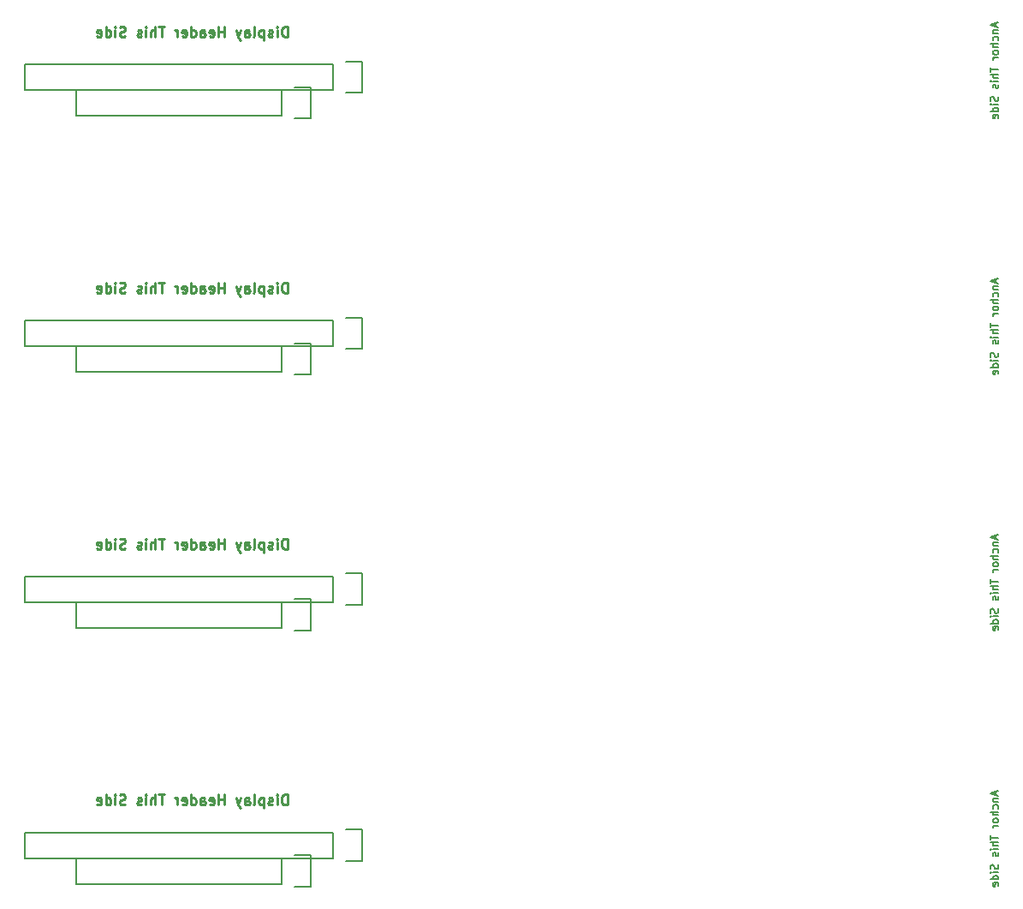
<source format=gbr>
G04 #@! TF.FileFunction,Legend,Bot*
%FSLAX46Y46*%
G04 Gerber Fmt 4.6, Leading zero omitted, Abs format (unit mm)*
G04 Created by KiCad (PCBNEW 4.0.4-stable) date 02/23/17 17:34:35*
%MOMM*%
%LPD*%
G01*
G04 APERTURE LIST*
%ADD10C,0.100000*%
%ADD11C,0.254000*%
%ADD12C,0.190500*%
%ADD13C,0.150000*%
G04 APERTURE END LIST*
D10*
D11*
X82455094Y-59784619D02*
X82455094Y-58768619D01*
X82213189Y-58768619D01*
X82068047Y-58817000D01*
X81971285Y-58913762D01*
X81922904Y-59010524D01*
X81874523Y-59204048D01*
X81874523Y-59349190D01*
X81922904Y-59542714D01*
X81971285Y-59639476D01*
X82068047Y-59736238D01*
X82213189Y-59784619D01*
X82455094Y-59784619D01*
X81439094Y-59784619D02*
X81439094Y-59107286D01*
X81439094Y-58768619D02*
X81487475Y-58817000D01*
X81439094Y-58865381D01*
X81390713Y-58817000D01*
X81439094Y-58768619D01*
X81439094Y-58865381D01*
X81003665Y-59736238D02*
X80906903Y-59784619D01*
X80713379Y-59784619D01*
X80616618Y-59736238D01*
X80568237Y-59639476D01*
X80568237Y-59591095D01*
X80616618Y-59494333D01*
X80713379Y-59445952D01*
X80858522Y-59445952D01*
X80955284Y-59397571D01*
X81003665Y-59300810D01*
X81003665Y-59252429D01*
X80955284Y-59155667D01*
X80858522Y-59107286D01*
X80713379Y-59107286D01*
X80616618Y-59155667D01*
X80132808Y-59107286D02*
X80132808Y-60123286D01*
X80132808Y-59155667D02*
X80036046Y-59107286D01*
X79842523Y-59107286D01*
X79745761Y-59155667D01*
X79697380Y-59204048D01*
X79648999Y-59300810D01*
X79648999Y-59591095D01*
X79697380Y-59687857D01*
X79745761Y-59736238D01*
X79842523Y-59784619D01*
X80036046Y-59784619D01*
X80132808Y-59736238D01*
X79068427Y-59784619D02*
X79165189Y-59736238D01*
X79213570Y-59639476D01*
X79213570Y-58768619D01*
X78245952Y-59784619D02*
X78245952Y-59252429D01*
X78294333Y-59155667D01*
X78391095Y-59107286D01*
X78584618Y-59107286D01*
X78681380Y-59155667D01*
X78245952Y-59736238D02*
X78342714Y-59784619D01*
X78584618Y-59784619D01*
X78681380Y-59736238D01*
X78729761Y-59639476D01*
X78729761Y-59542714D01*
X78681380Y-59445952D01*
X78584618Y-59397571D01*
X78342714Y-59397571D01*
X78245952Y-59349190D01*
X77858904Y-59107286D02*
X77616999Y-59784619D01*
X77375095Y-59107286D02*
X77616999Y-59784619D01*
X77713761Y-60026524D01*
X77762142Y-60074905D01*
X77858904Y-60123286D01*
X76213952Y-59784619D02*
X76213952Y-58768619D01*
X76213952Y-59252429D02*
X75633381Y-59252429D01*
X75633381Y-59784619D02*
X75633381Y-58768619D01*
X74762524Y-59736238D02*
X74859286Y-59784619D01*
X75052809Y-59784619D01*
X75149571Y-59736238D01*
X75197952Y-59639476D01*
X75197952Y-59252429D01*
X75149571Y-59155667D01*
X75052809Y-59107286D01*
X74859286Y-59107286D01*
X74762524Y-59155667D01*
X74714143Y-59252429D01*
X74714143Y-59349190D01*
X75197952Y-59445952D01*
X73843286Y-59784619D02*
X73843286Y-59252429D01*
X73891667Y-59155667D01*
X73988429Y-59107286D01*
X74181952Y-59107286D01*
X74278714Y-59155667D01*
X73843286Y-59736238D02*
X73940048Y-59784619D01*
X74181952Y-59784619D01*
X74278714Y-59736238D01*
X74327095Y-59639476D01*
X74327095Y-59542714D01*
X74278714Y-59445952D01*
X74181952Y-59397571D01*
X73940048Y-59397571D01*
X73843286Y-59349190D01*
X72924048Y-59784619D02*
X72924048Y-58768619D01*
X72924048Y-59736238D02*
X73020810Y-59784619D01*
X73214333Y-59784619D01*
X73311095Y-59736238D01*
X73359476Y-59687857D01*
X73407857Y-59591095D01*
X73407857Y-59300810D01*
X73359476Y-59204048D01*
X73311095Y-59155667D01*
X73214333Y-59107286D01*
X73020810Y-59107286D01*
X72924048Y-59155667D01*
X72053191Y-59736238D02*
X72149953Y-59784619D01*
X72343476Y-59784619D01*
X72440238Y-59736238D01*
X72488619Y-59639476D01*
X72488619Y-59252429D01*
X72440238Y-59155667D01*
X72343476Y-59107286D01*
X72149953Y-59107286D01*
X72053191Y-59155667D01*
X72004810Y-59252429D01*
X72004810Y-59349190D01*
X72488619Y-59445952D01*
X71569381Y-59784619D02*
X71569381Y-59107286D01*
X71569381Y-59300810D02*
X71521000Y-59204048D01*
X71472619Y-59155667D01*
X71375857Y-59107286D01*
X71279096Y-59107286D01*
X70311477Y-58768619D02*
X69730906Y-58768619D01*
X70021191Y-59784619D02*
X70021191Y-58768619D01*
X69392239Y-59784619D02*
X69392239Y-58768619D01*
X68956811Y-59784619D02*
X68956811Y-59252429D01*
X69005192Y-59155667D01*
X69101954Y-59107286D01*
X69247096Y-59107286D01*
X69343858Y-59155667D01*
X69392239Y-59204048D01*
X68473001Y-59784619D02*
X68473001Y-59107286D01*
X68473001Y-58768619D02*
X68521382Y-58817000D01*
X68473001Y-58865381D01*
X68424620Y-58817000D01*
X68473001Y-58768619D01*
X68473001Y-58865381D01*
X68037572Y-59736238D02*
X67940810Y-59784619D01*
X67747286Y-59784619D01*
X67650525Y-59736238D01*
X67602144Y-59639476D01*
X67602144Y-59591095D01*
X67650525Y-59494333D01*
X67747286Y-59445952D01*
X67892429Y-59445952D01*
X67989191Y-59397571D01*
X68037572Y-59300810D01*
X68037572Y-59252429D01*
X67989191Y-59155667D01*
X67892429Y-59107286D01*
X67747286Y-59107286D01*
X67650525Y-59155667D01*
X66441001Y-59736238D02*
X66295858Y-59784619D01*
X66053954Y-59784619D01*
X65957192Y-59736238D01*
X65908811Y-59687857D01*
X65860430Y-59591095D01*
X65860430Y-59494333D01*
X65908811Y-59397571D01*
X65957192Y-59349190D01*
X66053954Y-59300810D01*
X66247477Y-59252429D01*
X66344239Y-59204048D01*
X66392620Y-59155667D01*
X66441001Y-59058905D01*
X66441001Y-58962143D01*
X66392620Y-58865381D01*
X66344239Y-58817000D01*
X66247477Y-58768619D01*
X66005573Y-58768619D01*
X65860430Y-58817000D01*
X65425001Y-59784619D02*
X65425001Y-59107286D01*
X65425001Y-58768619D02*
X65473382Y-58817000D01*
X65425001Y-58865381D01*
X65376620Y-58817000D01*
X65425001Y-58768619D01*
X65425001Y-58865381D01*
X64505763Y-59784619D02*
X64505763Y-58768619D01*
X64505763Y-59736238D02*
X64602525Y-59784619D01*
X64796048Y-59784619D01*
X64892810Y-59736238D01*
X64941191Y-59687857D01*
X64989572Y-59591095D01*
X64989572Y-59300810D01*
X64941191Y-59204048D01*
X64892810Y-59155667D01*
X64796048Y-59107286D01*
X64602525Y-59107286D01*
X64505763Y-59155667D01*
X63634906Y-59736238D02*
X63731668Y-59784619D01*
X63925191Y-59784619D01*
X64021953Y-59736238D01*
X64070334Y-59639476D01*
X64070334Y-59252429D01*
X64021953Y-59155667D01*
X63925191Y-59107286D01*
X63731668Y-59107286D01*
X63634906Y-59155667D01*
X63586525Y-59252429D01*
X63586525Y-59349190D01*
X64070334Y-59445952D01*
D12*
X152547000Y-58436000D02*
X152547000Y-58798857D01*
X152764714Y-58363428D02*
X152002714Y-58617428D01*
X152764714Y-58871428D01*
X152256714Y-59125429D02*
X152764714Y-59125429D01*
X152329286Y-59125429D02*
X152293000Y-59161714D01*
X152256714Y-59234286D01*
X152256714Y-59343143D01*
X152293000Y-59415714D01*
X152365571Y-59452000D01*
X152764714Y-59452000D01*
X152728429Y-60141429D02*
X152764714Y-60068858D01*
X152764714Y-59923715D01*
X152728429Y-59851143D01*
X152692143Y-59814858D01*
X152619571Y-59778572D01*
X152401857Y-59778572D01*
X152329286Y-59814858D01*
X152293000Y-59851143D01*
X152256714Y-59923715D01*
X152256714Y-60068858D01*
X152293000Y-60141429D01*
X152764714Y-60468001D02*
X152002714Y-60468001D01*
X152764714Y-60794572D02*
X152365571Y-60794572D01*
X152293000Y-60758286D01*
X152256714Y-60685715D01*
X152256714Y-60576858D01*
X152293000Y-60504286D01*
X152329286Y-60468001D01*
X152764714Y-61266287D02*
X152728429Y-61193715D01*
X152692143Y-61157430D01*
X152619571Y-61121144D01*
X152401857Y-61121144D01*
X152329286Y-61157430D01*
X152293000Y-61193715D01*
X152256714Y-61266287D01*
X152256714Y-61375144D01*
X152293000Y-61447715D01*
X152329286Y-61484001D01*
X152401857Y-61520287D01*
X152619571Y-61520287D01*
X152692143Y-61484001D01*
X152728429Y-61447715D01*
X152764714Y-61375144D01*
X152764714Y-61266287D01*
X152764714Y-61846859D02*
X152256714Y-61846859D01*
X152401857Y-61846859D02*
X152329286Y-61883144D01*
X152293000Y-61919430D01*
X152256714Y-61992001D01*
X152256714Y-62064573D01*
X152002714Y-62790286D02*
X152002714Y-63225715D01*
X152764714Y-63008001D02*
X152002714Y-63008001D01*
X152764714Y-63479715D02*
X152002714Y-63479715D01*
X152764714Y-63806286D02*
X152365571Y-63806286D01*
X152293000Y-63770000D01*
X152256714Y-63697429D01*
X152256714Y-63588572D01*
X152293000Y-63516000D01*
X152329286Y-63479715D01*
X152764714Y-64169144D02*
X152256714Y-64169144D01*
X152002714Y-64169144D02*
X152039000Y-64132858D01*
X152075286Y-64169144D01*
X152039000Y-64205429D01*
X152002714Y-64169144D01*
X152075286Y-64169144D01*
X152728429Y-64495715D02*
X152764714Y-64568286D01*
X152764714Y-64713429D01*
X152728429Y-64786001D01*
X152655857Y-64822286D01*
X152619571Y-64822286D01*
X152547000Y-64786001D01*
X152510714Y-64713429D01*
X152510714Y-64604572D01*
X152474429Y-64532001D01*
X152401857Y-64495715D01*
X152365571Y-64495715D01*
X152293000Y-64532001D01*
X152256714Y-64604572D01*
X152256714Y-64713429D01*
X152293000Y-64786001D01*
X152728429Y-65693143D02*
X152764714Y-65802000D01*
X152764714Y-65983429D01*
X152728429Y-66056000D01*
X152692143Y-66092286D01*
X152619571Y-66128571D01*
X152547000Y-66128571D01*
X152474429Y-66092286D01*
X152438143Y-66056000D01*
X152401857Y-65983429D01*
X152365571Y-65838286D01*
X152329286Y-65765714D01*
X152293000Y-65729429D01*
X152220429Y-65693143D01*
X152147857Y-65693143D01*
X152075286Y-65729429D01*
X152039000Y-65765714D01*
X152002714Y-65838286D01*
X152002714Y-66019714D01*
X152039000Y-66128571D01*
X152764714Y-66455143D02*
X152256714Y-66455143D01*
X152002714Y-66455143D02*
X152039000Y-66418857D01*
X152075286Y-66455143D01*
X152039000Y-66491428D01*
X152002714Y-66455143D01*
X152075286Y-66455143D01*
X152764714Y-67144571D02*
X152002714Y-67144571D01*
X152728429Y-67144571D02*
X152764714Y-67072000D01*
X152764714Y-66926857D01*
X152728429Y-66854285D01*
X152692143Y-66818000D01*
X152619571Y-66781714D01*
X152401857Y-66781714D01*
X152329286Y-66818000D01*
X152293000Y-66854285D01*
X152256714Y-66926857D01*
X152256714Y-67072000D01*
X152293000Y-67144571D01*
X152728429Y-67797714D02*
X152764714Y-67725143D01*
X152764714Y-67580000D01*
X152728429Y-67507429D01*
X152655857Y-67471143D01*
X152365571Y-67471143D01*
X152293000Y-67507429D01*
X152256714Y-67580000D01*
X152256714Y-67725143D01*
X152293000Y-67797714D01*
X152365571Y-67834000D01*
X152438143Y-67834000D01*
X152510714Y-67471143D01*
X152547000Y-33136000D02*
X152547000Y-33498857D01*
X152764714Y-33063428D02*
X152002714Y-33317428D01*
X152764714Y-33571428D01*
X152256714Y-33825429D02*
X152764714Y-33825429D01*
X152329286Y-33825429D02*
X152293000Y-33861714D01*
X152256714Y-33934286D01*
X152256714Y-34043143D01*
X152293000Y-34115714D01*
X152365571Y-34152000D01*
X152764714Y-34152000D01*
X152728429Y-34841429D02*
X152764714Y-34768858D01*
X152764714Y-34623715D01*
X152728429Y-34551143D01*
X152692143Y-34514858D01*
X152619571Y-34478572D01*
X152401857Y-34478572D01*
X152329286Y-34514858D01*
X152293000Y-34551143D01*
X152256714Y-34623715D01*
X152256714Y-34768858D01*
X152293000Y-34841429D01*
X152764714Y-35168001D02*
X152002714Y-35168001D01*
X152764714Y-35494572D02*
X152365571Y-35494572D01*
X152293000Y-35458286D01*
X152256714Y-35385715D01*
X152256714Y-35276858D01*
X152293000Y-35204286D01*
X152329286Y-35168001D01*
X152764714Y-35966287D02*
X152728429Y-35893715D01*
X152692143Y-35857430D01*
X152619571Y-35821144D01*
X152401857Y-35821144D01*
X152329286Y-35857430D01*
X152293000Y-35893715D01*
X152256714Y-35966287D01*
X152256714Y-36075144D01*
X152293000Y-36147715D01*
X152329286Y-36184001D01*
X152401857Y-36220287D01*
X152619571Y-36220287D01*
X152692143Y-36184001D01*
X152728429Y-36147715D01*
X152764714Y-36075144D01*
X152764714Y-35966287D01*
X152764714Y-36546859D02*
X152256714Y-36546859D01*
X152401857Y-36546859D02*
X152329286Y-36583144D01*
X152293000Y-36619430D01*
X152256714Y-36692001D01*
X152256714Y-36764573D01*
X152002714Y-37490286D02*
X152002714Y-37925715D01*
X152764714Y-37708001D02*
X152002714Y-37708001D01*
X152764714Y-38179715D02*
X152002714Y-38179715D01*
X152764714Y-38506286D02*
X152365571Y-38506286D01*
X152293000Y-38470000D01*
X152256714Y-38397429D01*
X152256714Y-38288572D01*
X152293000Y-38216000D01*
X152329286Y-38179715D01*
X152764714Y-38869144D02*
X152256714Y-38869144D01*
X152002714Y-38869144D02*
X152039000Y-38832858D01*
X152075286Y-38869144D01*
X152039000Y-38905429D01*
X152002714Y-38869144D01*
X152075286Y-38869144D01*
X152728429Y-39195715D02*
X152764714Y-39268286D01*
X152764714Y-39413429D01*
X152728429Y-39486001D01*
X152655857Y-39522286D01*
X152619571Y-39522286D01*
X152547000Y-39486001D01*
X152510714Y-39413429D01*
X152510714Y-39304572D01*
X152474429Y-39232001D01*
X152401857Y-39195715D01*
X152365571Y-39195715D01*
X152293000Y-39232001D01*
X152256714Y-39304572D01*
X152256714Y-39413429D01*
X152293000Y-39486001D01*
X152728429Y-40393143D02*
X152764714Y-40502000D01*
X152764714Y-40683429D01*
X152728429Y-40756000D01*
X152692143Y-40792286D01*
X152619571Y-40828571D01*
X152547000Y-40828571D01*
X152474429Y-40792286D01*
X152438143Y-40756000D01*
X152401857Y-40683429D01*
X152365571Y-40538286D01*
X152329286Y-40465714D01*
X152293000Y-40429429D01*
X152220429Y-40393143D01*
X152147857Y-40393143D01*
X152075286Y-40429429D01*
X152039000Y-40465714D01*
X152002714Y-40538286D01*
X152002714Y-40719714D01*
X152039000Y-40828571D01*
X152764714Y-41155143D02*
X152256714Y-41155143D01*
X152002714Y-41155143D02*
X152039000Y-41118857D01*
X152075286Y-41155143D01*
X152039000Y-41191428D01*
X152002714Y-41155143D01*
X152075286Y-41155143D01*
X152764714Y-41844571D02*
X152002714Y-41844571D01*
X152728429Y-41844571D02*
X152764714Y-41772000D01*
X152764714Y-41626857D01*
X152728429Y-41554285D01*
X152692143Y-41518000D01*
X152619571Y-41481714D01*
X152401857Y-41481714D01*
X152329286Y-41518000D01*
X152293000Y-41554285D01*
X152256714Y-41626857D01*
X152256714Y-41772000D01*
X152293000Y-41844571D01*
X152728429Y-42497714D02*
X152764714Y-42425143D01*
X152764714Y-42280000D01*
X152728429Y-42207429D01*
X152655857Y-42171143D01*
X152365571Y-42171143D01*
X152293000Y-42207429D01*
X152256714Y-42280000D01*
X152256714Y-42425143D01*
X152293000Y-42497714D01*
X152365571Y-42534000D01*
X152438143Y-42534000D01*
X152510714Y-42171143D01*
D11*
X82455094Y-34484619D02*
X82455094Y-33468619D01*
X82213189Y-33468619D01*
X82068047Y-33517000D01*
X81971285Y-33613762D01*
X81922904Y-33710524D01*
X81874523Y-33904048D01*
X81874523Y-34049190D01*
X81922904Y-34242714D01*
X81971285Y-34339476D01*
X82068047Y-34436238D01*
X82213189Y-34484619D01*
X82455094Y-34484619D01*
X81439094Y-34484619D02*
X81439094Y-33807286D01*
X81439094Y-33468619D02*
X81487475Y-33517000D01*
X81439094Y-33565381D01*
X81390713Y-33517000D01*
X81439094Y-33468619D01*
X81439094Y-33565381D01*
X81003665Y-34436238D02*
X80906903Y-34484619D01*
X80713379Y-34484619D01*
X80616618Y-34436238D01*
X80568237Y-34339476D01*
X80568237Y-34291095D01*
X80616618Y-34194333D01*
X80713379Y-34145952D01*
X80858522Y-34145952D01*
X80955284Y-34097571D01*
X81003665Y-34000810D01*
X81003665Y-33952429D01*
X80955284Y-33855667D01*
X80858522Y-33807286D01*
X80713379Y-33807286D01*
X80616618Y-33855667D01*
X80132808Y-33807286D02*
X80132808Y-34823286D01*
X80132808Y-33855667D02*
X80036046Y-33807286D01*
X79842523Y-33807286D01*
X79745761Y-33855667D01*
X79697380Y-33904048D01*
X79648999Y-34000810D01*
X79648999Y-34291095D01*
X79697380Y-34387857D01*
X79745761Y-34436238D01*
X79842523Y-34484619D01*
X80036046Y-34484619D01*
X80132808Y-34436238D01*
X79068427Y-34484619D02*
X79165189Y-34436238D01*
X79213570Y-34339476D01*
X79213570Y-33468619D01*
X78245952Y-34484619D02*
X78245952Y-33952429D01*
X78294333Y-33855667D01*
X78391095Y-33807286D01*
X78584618Y-33807286D01*
X78681380Y-33855667D01*
X78245952Y-34436238D02*
X78342714Y-34484619D01*
X78584618Y-34484619D01*
X78681380Y-34436238D01*
X78729761Y-34339476D01*
X78729761Y-34242714D01*
X78681380Y-34145952D01*
X78584618Y-34097571D01*
X78342714Y-34097571D01*
X78245952Y-34049190D01*
X77858904Y-33807286D02*
X77616999Y-34484619D01*
X77375095Y-33807286D02*
X77616999Y-34484619D01*
X77713761Y-34726524D01*
X77762142Y-34774905D01*
X77858904Y-34823286D01*
X76213952Y-34484619D02*
X76213952Y-33468619D01*
X76213952Y-33952429D02*
X75633381Y-33952429D01*
X75633381Y-34484619D02*
X75633381Y-33468619D01*
X74762524Y-34436238D02*
X74859286Y-34484619D01*
X75052809Y-34484619D01*
X75149571Y-34436238D01*
X75197952Y-34339476D01*
X75197952Y-33952429D01*
X75149571Y-33855667D01*
X75052809Y-33807286D01*
X74859286Y-33807286D01*
X74762524Y-33855667D01*
X74714143Y-33952429D01*
X74714143Y-34049190D01*
X75197952Y-34145952D01*
X73843286Y-34484619D02*
X73843286Y-33952429D01*
X73891667Y-33855667D01*
X73988429Y-33807286D01*
X74181952Y-33807286D01*
X74278714Y-33855667D01*
X73843286Y-34436238D02*
X73940048Y-34484619D01*
X74181952Y-34484619D01*
X74278714Y-34436238D01*
X74327095Y-34339476D01*
X74327095Y-34242714D01*
X74278714Y-34145952D01*
X74181952Y-34097571D01*
X73940048Y-34097571D01*
X73843286Y-34049190D01*
X72924048Y-34484619D02*
X72924048Y-33468619D01*
X72924048Y-34436238D02*
X73020810Y-34484619D01*
X73214333Y-34484619D01*
X73311095Y-34436238D01*
X73359476Y-34387857D01*
X73407857Y-34291095D01*
X73407857Y-34000810D01*
X73359476Y-33904048D01*
X73311095Y-33855667D01*
X73214333Y-33807286D01*
X73020810Y-33807286D01*
X72924048Y-33855667D01*
X72053191Y-34436238D02*
X72149953Y-34484619D01*
X72343476Y-34484619D01*
X72440238Y-34436238D01*
X72488619Y-34339476D01*
X72488619Y-33952429D01*
X72440238Y-33855667D01*
X72343476Y-33807286D01*
X72149953Y-33807286D01*
X72053191Y-33855667D01*
X72004810Y-33952429D01*
X72004810Y-34049190D01*
X72488619Y-34145952D01*
X71569381Y-34484619D02*
X71569381Y-33807286D01*
X71569381Y-34000810D02*
X71521000Y-33904048D01*
X71472619Y-33855667D01*
X71375857Y-33807286D01*
X71279096Y-33807286D01*
X70311477Y-33468619D02*
X69730906Y-33468619D01*
X70021191Y-34484619D02*
X70021191Y-33468619D01*
X69392239Y-34484619D02*
X69392239Y-33468619D01*
X68956811Y-34484619D02*
X68956811Y-33952429D01*
X69005192Y-33855667D01*
X69101954Y-33807286D01*
X69247096Y-33807286D01*
X69343858Y-33855667D01*
X69392239Y-33904048D01*
X68473001Y-34484619D02*
X68473001Y-33807286D01*
X68473001Y-33468619D02*
X68521382Y-33517000D01*
X68473001Y-33565381D01*
X68424620Y-33517000D01*
X68473001Y-33468619D01*
X68473001Y-33565381D01*
X68037572Y-34436238D02*
X67940810Y-34484619D01*
X67747286Y-34484619D01*
X67650525Y-34436238D01*
X67602144Y-34339476D01*
X67602144Y-34291095D01*
X67650525Y-34194333D01*
X67747286Y-34145952D01*
X67892429Y-34145952D01*
X67989191Y-34097571D01*
X68037572Y-34000810D01*
X68037572Y-33952429D01*
X67989191Y-33855667D01*
X67892429Y-33807286D01*
X67747286Y-33807286D01*
X67650525Y-33855667D01*
X66441001Y-34436238D02*
X66295858Y-34484619D01*
X66053954Y-34484619D01*
X65957192Y-34436238D01*
X65908811Y-34387857D01*
X65860430Y-34291095D01*
X65860430Y-34194333D01*
X65908811Y-34097571D01*
X65957192Y-34049190D01*
X66053954Y-34000810D01*
X66247477Y-33952429D01*
X66344239Y-33904048D01*
X66392620Y-33855667D01*
X66441001Y-33758905D01*
X66441001Y-33662143D01*
X66392620Y-33565381D01*
X66344239Y-33517000D01*
X66247477Y-33468619D01*
X66005573Y-33468619D01*
X65860430Y-33517000D01*
X65425001Y-34484619D02*
X65425001Y-33807286D01*
X65425001Y-33468619D02*
X65473382Y-33517000D01*
X65425001Y-33565381D01*
X65376620Y-33517000D01*
X65425001Y-33468619D01*
X65425001Y-33565381D01*
X64505763Y-34484619D02*
X64505763Y-33468619D01*
X64505763Y-34436238D02*
X64602525Y-34484619D01*
X64796048Y-34484619D01*
X64892810Y-34436238D01*
X64941191Y-34387857D01*
X64989572Y-34291095D01*
X64989572Y-34000810D01*
X64941191Y-33904048D01*
X64892810Y-33855667D01*
X64796048Y-33807286D01*
X64602525Y-33807286D01*
X64505763Y-33855667D01*
X63634906Y-34436238D02*
X63731668Y-34484619D01*
X63925191Y-34484619D01*
X64021953Y-34436238D01*
X64070334Y-34339476D01*
X64070334Y-33952429D01*
X64021953Y-33855667D01*
X63925191Y-33807286D01*
X63731668Y-33807286D01*
X63634906Y-33855667D01*
X63586525Y-33952429D01*
X63586525Y-34049190D01*
X64070334Y-34145952D01*
X82455094Y-85084619D02*
X82455094Y-84068619D01*
X82213189Y-84068619D01*
X82068047Y-84117000D01*
X81971285Y-84213762D01*
X81922904Y-84310524D01*
X81874523Y-84504048D01*
X81874523Y-84649190D01*
X81922904Y-84842714D01*
X81971285Y-84939476D01*
X82068047Y-85036238D01*
X82213189Y-85084619D01*
X82455094Y-85084619D01*
X81439094Y-85084619D02*
X81439094Y-84407286D01*
X81439094Y-84068619D02*
X81487475Y-84117000D01*
X81439094Y-84165381D01*
X81390713Y-84117000D01*
X81439094Y-84068619D01*
X81439094Y-84165381D01*
X81003665Y-85036238D02*
X80906903Y-85084619D01*
X80713379Y-85084619D01*
X80616618Y-85036238D01*
X80568237Y-84939476D01*
X80568237Y-84891095D01*
X80616618Y-84794333D01*
X80713379Y-84745952D01*
X80858522Y-84745952D01*
X80955284Y-84697571D01*
X81003665Y-84600810D01*
X81003665Y-84552429D01*
X80955284Y-84455667D01*
X80858522Y-84407286D01*
X80713379Y-84407286D01*
X80616618Y-84455667D01*
X80132808Y-84407286D02*
X80132808Y-85423286D01*
X80132808Y-84455667D02*
X80036046Y-84407286D01*
X79842523Y-84407286D01*
X79745761Y-84455667D01*
X79697380Y-84504048D01*
X79648999Y-84600810D01*
X79648999Y-84891095D01*
X79697380Y-84987857D01*
X79745761Y-85036238D01*
X79842523Y-85084619D01*
X80036046Y-85084619D01*
X80132808Y-85036238D01*
X79068427Y-85084619D02*
X79165189Y-85036238D01*
X79213570Y-84939476D01*
X79213570Y-84068619D01*
X78245952Y-85084619D02*
X78245952Y-84552429D01*
X78294333Y-84455667D01*
X78391095Y-84407286D01*
X78584618Y-84407286D01*
X78681380Y-84455667D01*
X78245952Y-85036238D02*
X78342714Y-85084619D01*
X78584618Y-85084619D01*
X78681380Y-85036238D01*
X78729761Y-84939476D01*
X78729761Y-84842714D01*
X78681380Y-84745952D01*
X78584618Y-84697571D01*
X78342714Y-84697571D01*
X78245952Y-84649190D01*
X77858904Y-84407286D02*
X77616999Y-85084619D01*
X77375095Y-84407286D02*
X77616999Y-85084619D01*
X77713761Y-85326524D01*
X77762142Y-85374905D01*
X77858904Y-85423286D01*
X76213952Y-85084619D02*
X76213952Y-84068619D01*
X76213952Y-84552429D02*
X75633381Y-84552429D01*
X75633381Y-85084619D02*
X75633381Y-84068619D01*
X74762524Y-85036238D02*
X74859286Y-85084619D01*
X75052809Y-85084619D01*
X75149571Y-85036238D01*
X75197952Y-84939476D01*
X75197952Y-84552429D01*
X75149571Y-84455667D01*
X75052809Y-84407286D01*
X74859286Y-84407286D01*
X74762524Y-84455667D01*
X74714143Y-84552429D01*
X74714143Y-84649190D01*
X75197952Y-84745952D01*
X73843286Y-85084619D02*
X73843286Y-84552429D01*
X73891667Y-84455667D01*
X73988429Y-84407286D01*
X74181952Y-84407286D01*
X74278714Y-84455667D01*
X73843286Y-85036238D02*
X73940048Y-85084619D01*
X74181952Y-85084619D01*
X74278714Y-85036238D01*
X74327095Y-84939476D01*
X74327095Y-84842714D01*
X74278714Y-84745952D01*
X74181952Y-84697571D01*
X73940048Y-84697571D01*
X73843286Y-84649190D01*
X72924048Y-85084619D02*
X72924048Y-84068619D01*
X72924048Y-85036238D02*
X73020810Y-85084619D01*
X73214333Y-85084619D01*
X73311095Y-85036238D01*
X73359476Y-84987857D01*
X73407857Y-84891095D01*
X73407857Y-84600810D01*
X73359476Y-84504048D01*
X73311095Y-84455667D01*
X73214333Y-84407286D01*
X73020810Y-84407286D01*
X72924048Y-84455667D01*
X72053191Y-85036238D02*
X72149953Y-85084619D01*
X72343476Y-85084619D01*
X72440238Y-85036238D01*
X72488619Y-84939476D01*
X72488619Y-84552429D01*
X72440238Y-84455667D01*
X72343476Y-84407286D01*
X72149953Y-84407286D01*
X72053191Y-84455667D01*
X72004810Y-84552429D01*
X72004810Y-84649190D01*
X72488619Y-84745952D01*
X71569381Y-85084619D02*
X71569381Y-84407286D01*
X71569381Y-84600810D02*
X71521000Y-84504048D01*
X71472619Y-84455667D01*
X71375857Y-84407286D01*
X71279096Y-84407286D01*
X70311477Y-84068619D02*
X69730906Y-84068619D01*
X70021191Y-85084619D02*
X70021191Y-84068619D01*
X69392239Y-85084619D02*
X69392239Y-84068619D01*
X68956811Y-85084619D02*
X68956811Y-84552429D01*
X69005192Y-84455667D01*
X69101954Y-84407286D01*
X69247096Y-84407286D01*
X69343858Y-84455667D01*
X69392239Y-84504048D01*
X68473001Y-85084619D02*
X68473001Y-84407286D01*
X68473001Y-84068619D02*
X68521382Y-84117000D01*
X68473001Y-84165381D01*
X68424620Y-84117000D01*
X68473001Y-84068619D01*
X68473001Y-84165381D01*
X68037572Y-85036238D02*
X67940810Y-85084619D01*
X67747286Y-85084619D01*
X67650525Y-85036238D01*
X67602144Y-84939476D01*
X67602144Y-84891095D01*
X67650525Y-84794333D01*
X67747286Y-84745952D01*
X67892429Y-84745952D01*
X67989191Y-84697571D01*
X68037572Y-84600810D01*
X68037572Y-84552429D01*
X67989191Y-84455667D01*
X67892429Y-84407286D01*
X67747286Y-84407286D01*
X67650525Y-84455667D01*
X66441001Y-85036238D02*
X66295858Y-85084619D01*
X66053954Y-85084619D01*
X65957192Y-85036238D01*
X65908811Y-84987857D01*
X65860430Y-84891095D01*
X65860430Y-84794333D01*
X65908811Y-84697571D01*
X65957192Y-84649190D01*
X66053954Y-84600810D01*
X66247477Y-84552429D01*
X66344239Y-84504048D01*
X66392620Y-84455667D01*
X66441001Y-84358905D01*
X66441001Y-84262143D01*
X66392620Y-84165381D01*
X66344239Y-84117000D01*
X66247477Y-84068619D01*
X66005573Y-84068619D01*
X65860430Y-84117000D01*
X65425001Y-85084619D02*
X65425001Y-84407286D01*
X65425001Y-84068619D02*
X65473382Y-84117000D01*
X65425001Y-84165381D01*
X65376620Y-84117000D01*
X65425001Y-84068619D01*
X65425001Y-84165381D01*
X64505763Y-85084619D02*
X64505763Y-84068619D01*
X64505763Y-85036238D02*
X64602525Y-85084619D01*
X64796048Y-85084619D01*
X64892810Y-85036238D01*
X64941191Y-84987857D01*
X64989572Y-84891095D01*
X64989572Y-84600810D01*
X64941191Y-84504048D01*
X64892810Y-84455667D01*
X64796048Y-84407286D01*
X64602525Y-84407286D01*
X64505763Y-84455667D01*
X63634906Y-85036238D02*
X63731668Y-85084619D01*
X63925191Y-85084619D01*
X64021953Y-85036238D01*
X64070334Y-84939476D01*
X64070334Y-84552429D01*
X64021953Y-84455667D01*
X63925191Y-84407286D01*
X63731668Y-84407286D01*
X63634906Y-84455667D01*
X63586525Y-84552429D01*
X63586525Y-84649190D01*
X64070334Y-84745952D01*
D12*
X152547000Y-83736000D02*
X152547000Y-84098857D01*
X152764714Y-83663428D02*
X152002714Y-83917428D01*
X152764714Y-84171428D01*
X152256714Y-84425429D02*
X152764714Y-84425429D01*
X152329286Y-84425429D02*
X152293000Y-84461714D01*
X152256714Y-84534286D01*
X152256714Y-84643143D01*
X152293000Y-84715714D01*
X152365571Y-84752000D01*
X152764714Y-84752000D01*
X152728429Y-85441429D02*
X152764714Y-85368858D01*
X152764714Y-85223715D01*
X152728429Y-85151143D01*
X152692143Y-85114858D01*
X152619571Y-85078572D01*
X152401857Y-85078572D01*
X152329286Y-85114858D01*
X152293000Y-85151143D01*
X152256714Y-85223715D01*
X152256714Y-85368858D01*
X152293000Y-85441429D01*
X152764714Y-85768001D02*
X152002714Y-85768001D01*
X152764714Y-86094572D02*
X152365571Y-86094572D01*
X152293000Y-86058286D01*
X152256714Y-85985715D01*
X152256714Y-85876858D01*
X152293000Y-85804286D01*
X152329286Y-85768001D01*
X152764714Y-86566287D02*
X152728429Y-86493715D01*
X152692143Y-86457430D01*
X152619571Y-86421144D01*
X152401857Y-86421144D01*
X152329286Y-86457430D01*
X152293000Y-86493715D01*
X152256714Y-86566287D01*
X152256714Y-86675144D01*
X152293000Y-86747715D01*
X152329286Y-86784001D01*
X152401857Y-86820287D01*
X152619571Y-86820287D01*
X152692143Y-86784001D01*
X152728429Y-86747715D01*
X152764714Y-86675144D01*
X152764714Y-86566287D01*
X152764714Y-87146859D02*
X152256714Y-87146859D01*
X152401857Y-87146859D02*
X152329286Y-87183144D01*
X152293000Y-87219430D01*
X152256714Y-87292001D01*
X152256714Y-87364573D01*
X152002714Y-88090286D02*
X152002714Y-88525715D01*
X152764714Y-88308001D02*
X152002714Y-88308001D01*
X152764714Y-88779715D02*
X152002714Y-88779715D01*
X152764714Y-89106286D02*
X152365571Y-89106286D01*
X152293000Y-89070000D01*
X152256714Y-88997429D01*
X152256714Y-88888572D01*
X152293000Y-88816000D01*
X152329286Y-88779715D01*
X152764714Y-89469144D02*
X152256714Y-89469144D01*
X152002714Y-89469144D02*
X152039000Y-89432858D01*
X152075286Y-89469144D01*
X152039000Y-89505429D01*
X152002714Y-89469144D01*
X152075286Y-89469144D01*
X152728429Y-89795715D02*
X152764714Y-89868286D01*
X152764714Y-90013429D01*
X152728429Y-90086001D01*
X152655857Y-90122286D01*
X152619571Y-90122286D01*
X152547000Y-90086001D01*
X152510714Y-90013429D01*
X152510714Y-89904572D01*
X152474429Y-89832001D01*
X152401857Y-89795715D01*
X152365571Y-89795715D01*
X152293000Y-89832001D01*
X152256714Y-89904572D01*
X152256714Y-90013429D01*
X152293000Y-90086001D01*
X152728429Y-90993143D02*
X152764714Y-91102000D01*
X152764714Y-91283429D01*
X152728429Y-91356000D01*
X152692143Y-91392286D01*
X152619571Y-91428571D01*
X152547000Y-91428571D01*
X152474429Y-91392286D01*
X152438143Y-91356000D01*
X152401857Y-91283429D01*
X152365571Y-91138286D01*
X152329286Y-91065714D01*
X152293000Y-91029429D01*
X152220429Y-90993143D01*
X152147857Y-90993143D01*
X152075286Y-91029429D01*
X152039000Y-91065714D01*
X152002714Y-91138286D01*
X152002714Y-91319714D01*
X152039000Y-91428571D01*
X152764714Y-91755143D02*
X152256714Y-91755143D01*
X152002714Y-91755143D02*
X152039000Y-91718857D01*
X152075286Y-91755143D01*
X152039000Y-91791428D01*
X152002714Y-91755143D01*
X152075286Y-91755143D01*
X152764714Y-92444571D02*
X152002714Y-92444571D01*
X152728429Y-92444571D02*
X152764714Y-92372000D01*
X152764714Y-92226857D01*
X152728429Y-92154285D01*
X152692143Y-92118000D01*
X152619571Y-92081714D01*
X152401857Y-92081714D01*
X152329286Y-92118000D01*
X152293000Y-92154285D01*
X152256714Y-92226857D01*
X152256714Y-92372000D01*
X152293000Y-92444571D01*
X152728429Y-93097714D02*
X152764714Y-93025143D01*
X152764714Y-92880000D01*
X152728429Y-92807429D01*
X152655857Y-92771143D01*
X152365571Y-92771143D01*
X152293000Y-92807429D01*
X152256714Y-92880000D01*
X152256714Y-93025143D01*
X152293000Y-93097714D01*
X152365571Y-93134000D01*
X152438143Y-93134000D01*
X152510714Y-92771143D01*
X152547000Y-109036000D02*
X152547000Y-109398857D01*
X152764714Y-108963428D02*
X152002714Y-109217428D01*
X152764714Y-109471428D01*
X152256714Y-109725429D02*
X152764714Y-109725429D01*
X152329286Y-109725429D02*
X152293000Y-109761714D01*
X152256714Y-109834286D01*
X152256714Y-109943143D01*
X152293000Y-110015714D01*
X152365571Y-110052000D01*
X152764714Y-110052000D01*
X152728429Y-110741429D02*
X152764714Y-110668858D01*
X152764714Y-110523715D01*
X152728429Y-110451143D01*
X152692143Y-110414858D01*
X152619571Y-110378572D01*
X152401857Y-110378572D01*
X152329286Y-110414858D01*
X152293000Y-110451143D01*
X152256714Y-110523715D01*
X152256714Y-110668858D01*
X152293000Y-110741429D01*
X152764714Y-111068001D02*
X152002714Y-111068001D01*
X152764714Y-111394572D02*
X152365571Y-111394572D01*
X152293000Y-111358286D01*
X152256714Y-111285715D01*
X152256714Y-111176858D01*
X152293000Y-111104286D01*
X152329286Y-111068001D01*
X152764714Y-111866287D02*
X152728429Y-111793715D01*
X152692143Y-111757430D01*
X152619571Y-111721144D01*
X152401857Y-111721144D01*
X152329286Y-111757430D01*
X152293000Y-111793715D01*
X152256714Y-111866287D01*
X152256714Y-111975144D01*
X152293000Y-112047715D01*
X152329286Y-112084001D01*
X152401857Y-112120287D01*
X152619571Y-112120287D01*
X152692143Y-112084001D01*
X152728429Y-112047715D01*
X152764714Y-111975144D01*
X152764714Y-111866287D01*
X152764714Y-112446859D02*
X152256714Y-112446859D01*
X152401857Y-112446859D02*
X152329286Y-112483144D01*
X152293000Y-112519430D01*
X152256714Y-112592001D01*
X152256714Y-112664573D01*
X152002714Y-113390286D02*
X152002714Y-113825715D01*
X152764714Y-113608001D02*
X152002714Y-113608001D01*
X152764714Y-114079715D02*
X152002714Y-114079715D01*
X152764714Y-114406286D02*
X152365571Y-114406286D01*
X152293000Y-114370000D01*
X152256714Y-114297429D01*
X152256714Y-114188572D01*
X152293000Y-114116000D01*
X152329286Y-114079715D01*
X152764714Y-114769144D02*
X152256714Y-114769144D01*
X152002714Y-114769144D02*
X152039000Y-114732858D01*
X152075286Y-114769144D01*
X152039000Y-114805429D01*
X152002714Y-114769144D01*
X152075286Y-114769144D01*
X152728429Y-115095715D02*
X152764714Y-115168286D01*
X152764714Y-115313429D01*
X152728429Y-115386001D01*
X152655857Y-115422286D01*
X152619571Y-115422286D01*
X152547000Y-115386001D01*
X152510714Y-115313429D01*
X152510714Y-115204572D01*
X152474429Y-115132001D01*
X152401857Y-115095715D01*
X152365571Y-115095715D01*
X152293000Y-115132001D01*
X152256714Y-115204572D01*
X152256714Y-115313429D01*
X152293000Y-115386001D01*
X152728429Y-116293143D02*
X152764714Y-116402000D01*
X152764714Y-116583429D01*
X152728429Y-116656000D01*
X152692143Y-116692286D01*
X152619571Y-116728571D01*
X152547000Y-116728571D01*
X152474429Y-116692286D01*
X152438143Y-116656000D01*
X152401857Y-116583429D01*
X152365571Y-116438286D01*
X152329286Y-116365714D01*
X152293000Y-116329429D01*
X152220429Y-116293143D01*
X152147857Y-116293143D01*
X152075286Y-116329429D01*
X152039000Y-116365714D01*
X152002714Y-116438286D01*
X152002714Y-116619714D01*
X152039000Y-116728571D01*
X152764714Y-117055143D02*
X152256714Y-117055143D01*
X152002714Y-117055143D02*
X152039000Y-117018857D01*
X152075286Y-117055143D01*
X152039000Y-117091428D01*
X152002714Y-117055143D01*
X152075286Y-117055143D01*
X152764714Y-117744571D02*
X152002714Y-117744571D01*
X152728429Y-117744571D02*
X152764714Y-117672000D01*
X152764714Y-117526857D01*
X152728429Y-117454285D01*
X152692143Y-117418000D01*
X152619571Y-117381714D01*
X152401857Y-117381714D01*
X152329286Y-117418000D01*
X152293000Y-117454285D01*
X152256714Y-117526857D01*
X152256714Y-117672000D01*
X152293000Y-117744571D01*
X152728429Y-118397714D02*
X152764714Y-118325143D01*
X152764714Y-118180000D01*
X152728429Y-118107429D01*
X152655857Y-118071143D01*
X152365571Y-118071143D01*
X152293000Y-118107429D01*
X152256714Y-118180000D01*
X152256714Y-118325143D01*
X152293000Y-118397714D01*
X152365571Y-118434000D01*
X152438143Y-118434000D01*
X152510714Y-118071143D01*
D11*
X82455094Y-110384619D02*
X82455094Y-109368619D01*
X82213189Y-109368619D01*
X82068047Y-109417000D01*
X81971285Y-109513762D01*
X81922904Y-109610524D01*
X81874523Y-109804048D01*
X81874523Y-109949190D01*
X81922904Y-110142714D01*
X81971285Y-110239476D01*
X82068047Y-110336238D01*
X82213189Y-110384619D01*
X82455094Y-110384619D01*
X81439094Y-110384619D02*
X81439094Y-109707286D01*
X81439094Y-109368619D02*
X81487475Y-109417000D01*
X81439094Y-109465381D01*
X81390713Y-109417000D01*
X81439094Y-109368619D01*
X81439094Y-109465381D01*
X81003665Y-110336238D02*
X80906903Y-110384619D01*
X80713379Y-110384619D01*
X80616618Y-110336238D01*
X80568237Y-110239476D01*
X80568237Y-110191095D01*
X80616618Y-110094333D01*
X80713379Y-110045952D01*
X80858522Y-110045952D01*
X80955284Y-109997571D01*
X81003665Y-109900810D01*
X81003665Y-109852429D01*
X80955284Y-109755667D01*
X80858522Y-109707286D01*
X80713379Y-109707286D01*
X80616618Y-109755667D01*
X80132808Y-109707286D02*
X80132808Y-110723286D01*
X80132808Y-109755667D02*
X80036046Y-109707286D01*
X79842523Y-109707286D01*
X79745761Y-109755667D01*
X79697380Y-109804048D01*
X79648999Y-109900810D01*
X79648999Y-110191095D01*
X79697380Y-110287857D01*
X79745761Y-110336238D01*
X79842523Y-110384619D01*
X80036046Y-110384619D01*
X80132808Y-110336238D01*
X79068427Y-110384619D02*
X79165189Y-110336238D01*
X79213570Y-110239476D01*
X79213570Y-109368619D01*
X78245952Y-110384619D02*
X78245952Y-109852429D01*
X78294333Y-109755667D01*
X78391095Y-109707286D01*
X78584618Y-109707286D01*
X78681380Y-109755667D01*
X78245952Y-110336238D02*
X78342714Y-110384619D01*
X78584618Y-110384619D01*
X78681380Y-110336238D01*
X78729761Y-110239476D01*
X78729761Y-110142714D01*
X78681380Y-110045952D01*
X78584618Y-109997571D01*
X78342714Y-109997571D01*
X78245952Y-109949190D01*
X77858904Y-109707286D02*
X77616999Y-110384619D01*
X77375095Y-109707286D02*
X77616999Y-110384619D01*
X77713761Y-110626524D01*
X77762142Y-110674905D01*
X77858904Y-110723286D01*
X76213952Y-110384619D02*
X76213952Y-109368619D01*
X76213952Y-109852429D02*
X75633381Y-109852429D01*
X75633381Y-110384619D02*
X75633381Y-109368619D01*
X74762524Y-110336238D02*
X74859286Y-110384619D01*
X75052809Y-110384619D01*
X75149571Y-110336238D01*
X75197952Y-110239476D01*
X75197952Y-109852429D01*
X75149571Y-109755667D01*
X75052809Y-109707286D01*
X74859286Y-109707286D01*
X74762524Y-109755667D01*
X74714143Y-109852429D01*
X74714143Y-109949190D01*
X75197952Y-110045952D01*
X73843286Y-110384619D02*
X73843286Y-109852429D01*
X73891667Y-109755667D01*
X73988429Y-109707286D01*
X74181952Y-109707286D01*
X74278714Y-109755667D01*
X73843286Y-110336238D02*
X73940048Y-110384619D01*
X74181952Y-110384619D01*
X74278714Y-110336238D01*
X74327095Y-110239476D01*
X74327095Y-110142714D01*
X74278714Y-110045952D01*
X74181952Y-109997571D01*
X73940048Y-109997571D01*
X73843286Y-109949190D01*
X72924048Y-110384619D02*
X72924048Y-109368619D01*
X72924048Y-110336238D02*
X73020810Y-110384619D01*
X73214333Y-110384619D01*
X73311095Y-110336238D01*
X73359476Y-110287857D01*
X73407857Y-110191095D01*
X73407857Y-109900810D01*
X73359476Y-109804048D01*
X73311095Y-109755667D01*
X73214333Y-109707286D01*
X73020810Y-109707286D01*
X72924048Y-109755667D01*
X72053191Y-110336238D02*
X72149953Y-110384619D01*
X72343476Y-110384619D01*
X72440238Y-110336238D01*
X72488619Y-110239476D01*
X72488619Y-109852429D01*
X72440238Y-109755667D01*
X72343476Y-109707286D01*
X72149953Y-109707286D01*
X72053191Y-109755667D01*
X72004810Y-109852429D01*
X72004810Y-109949190D01*
X72488619Y-110045952D01*
X71569381Y-110384619D02*
X71569381Y-109707286D01*
X71569381Y-109900810D02*
X71521000Y-109804048D01*
X71472619Y-109755667D01*
X71375857Y-109707286D01*
X71279096Y-109707286D01*
X70311477Y-109368619D02*
X69730906Y-109368619D01*
X70021191Y-110384619D02*
X70021191Y-109368619D01*
X69392239Y-110384619D02*
X69392239Y-109368619D01*
X68956811Y-110384619D02*
X68956811Y-109852429D01*
X69005192Y-109755667D01*
X69101954Y-109707286D01*
X69247096Y-109707286D01*
X69343858Y-109755667D01*
X69392239Y-109804048D01*
X68473001Y-110384619D02*
X68473001Y-109707286D01*
X68473001Y-109368619D02*
X68521382Y-109417000D01*
X68473001Y-109465381D01*
X68424620Y-109417000D01*
X68473001Y-109368619D01*
X68473001Y-109465381D01*
X68037572Y-110336238D02*
X67940810Y-110384619D01*
X67747286Y-110384619D01*
X67650525Y-110336238D01*
X67602144Y-110239476D01*
X67602144Y-110191095D01*
X67650525Y-110094333D01*
X67747286Y-110045952D01*
X67892429Y-110045952D01*
X67989191Y-109997571D01*
X68037572Y-109900810D01*
X68037572Y-109852429D01*
X67989191Y-109755667D01*
X67892429Y-109707286D01*
X67747286Y-109707286D01*
X67650525Y-109755667D01*
X66441001Y-110336238D02*
X66295858Y-110384619D01*
X66053954Y-110384619D01*
X65957192Y-110336238D01*
X65908811Y-110287857D01*
X65860430Y-110191095D01*
X65860430Y-110094333D01*
X65908811Y-109997571D01*
X65957192Y-109949190D01*
X66053954Y-109900810D01*
X66247477Y-109852429D01*
X66344239Y-109804048D01*
X66392620Y-109755667D01*
X66441001Y-109658905D01*
X66441001Y-109562143D01*
X66392620Y-109465381D01*
X66344239Y-109417000D01*
X66247477Y-109368619D01*
X66005573Y-109368619D01*
X65860430Y-109417000D01*
X65425001Y-110384619D02*
X65425001Y-109707286D01*
X65425001Y-109368619D02*
X65473382Y-109417000D01*
X65425001Y-109465381D01*
X65376620Y-109417000D01*
X65425001Y-109368619D01*
X65425001Y-109465381D01*
X64505763Y-110384619D02*
X64505763Y-109368619D01*
X64505763Y-110336238D02*
X64602525Y-110384619D01*
X64796048Y-110384619D01*
X64892810Y-110336238D01*
X64941191Y-110287857D01*
X64989572Y-110191095D01*
X64989572Y-109900810D01*
X64941191Y-109804048D01*
X64892810Y-109755667D01*
X64796048Y-109707286D01*
X64602525Y-109707286D01*
X64505763Y-109755667D01*
X63634906Y-110336238D02*
X63731668Y-110384619D01*
X63925191Y-110384619D01*
X64021953Y-110336238D01*
X64070334Y-110239476D01*
X64070334Y-109852429D01*
X64021953Y-109755667D01*
X63925191Y-109707286D01*
X63731668Y-109707286D01*
X63634906Y-109755667D01*
X63586525Y-109852429D01*
X63586525Y-109949190D01*
X64070334Y-110045952D01*
D13*
X81935000Y-67580000D02*
X61615000Y-67580000D01*
X61615000Y-67580000D02*
X61615000Y-65040000D01*
X61615000Y-65040000D02*
X81935000Y-65040000D01*
X84755000Y-67860000D02*
X83205000Y-67860000D01*
X81935000Y-67580000D02*
X81935000Y-65040000D01*
X83205000Y-64760000D02*
X84755000Y-64760000D01*
X84755000Y-64760000D02*
X84755000Y-67860000D01*
X87015000Y-62500000D02*
X56535000Y-62500000D01*
X56535000Y-62500000D02*
X56535000Y-65040000D01*
X56535000Y-65040000D02*
X87015000Y-65040000D01*
X89835000Y-65320000D02*
X88285000Y-65320000D01*
X87015000Y-65040000D02*
X87015000Y-62500000D01*
X88285000Y-62220000D02*
X89835000Y-62220000D01*
X89835000Y-62220000D02*
X89835000Y-65320000D01*
X87015000Y-37200000D02*
X56535000Y-37200000D01*
X56535000Y-37200000D02*
X56535000Y-39740000D01*
X56535000Y-39740000D02*
X87015000Y-39740000D01*
X89835000Y-40020000D02*
X88285000Y-40020000D01*
X87015000Y-39740000D02*
X87015000Y-37200000D01*
X88285000Y-36920000D02*
X89835000Y-36920000D01*
X89835000Y-36920000D02*
X89835000Y-40020000D01*
X81935000Y-42280000D02*
X61615000Y-42280000D01*
X61615000Y-42280000D02*
X61615000Y-39740000D01*
X61615000Y-39740000D02*
X81935000Y-39740000D01*
X84755000Y-42560000D02*
X83205000Y-42560000D01*
X81935000Y-42280000D02*
X81935000Y-39740000D01*
X83205000Y-39460000D02*
X84755000Y-39460000D01*
X84755000Y-39460000D02*
X84755000Y-42560000D01*
X81935000Y-92880000D02*
X61615000Y-92880000D01*
X61615000Y-92880000D02*
X61615000Y-90340000D01*
X61615000Y-90340000D02*
X81935000Y-90340000D01*
X84755000Y-93160000D02*
X83205000Y-93160000D01*
X81935000Y-92880000D02*
X81935000Y-90340000D01*
X83205000Y-90060000D02*
X84755000Y-90060000D01*
X84755000Y-90060000D02*
X84755000Y-93160000D01*
X87015000Y-87800000D02*
X56535000Y-87800000D01*
X56535000Y-87800000D02*
X56535000Y-90340000D01*
X56535000Y-90340000D02*
X87015000Y-90340000D01*
X89835000Y-90620000D02*
X88285000Y-90620000D01*
X87015000Y-90340000D02*
X87015000Y-87800000D01*
X88285000Y-87520000D02*
X89835000Y-87520000D01*
X89835000Y-87520000D02*
X89835000Y-90620000D01*
X87015000Y-113100000D02*
X56535000Y-113100000D01*
X56535000Y-113100000D02*
X56535000Y-115640000D01*
X56535000Y-115640000D02*
X87015000Y-115640000D01*
X89835000Y-115920000D02*
X88285000Y-115920000D01*
X87015000Y-115640000D02*
X87015000Y-113100000D01*
X88285000Y-112820000D02*
X89835000Y-112820000D01*
X89835000Y-112820000D02*
X89835000Y-115920000D01*
X81935000Y-118180000D02*
X61615000Y-118180000D01*
X61615000Y-118180000D02*
X61615000Y-115640000D01*
X61615000Y-115640000D02*
X81935000Y-115640000D01*
X84755000Y-118460000D02*
X83205000Y-118460000D01*
X81935000Y-118180000D02*
X81935000Y-115640000D01*
X83205000Y-115360000D02*
X84755000Y-115360000D01*
X84755000Y-115360000D02*
X84755000Y-118460000D01*
M02*

</source>
